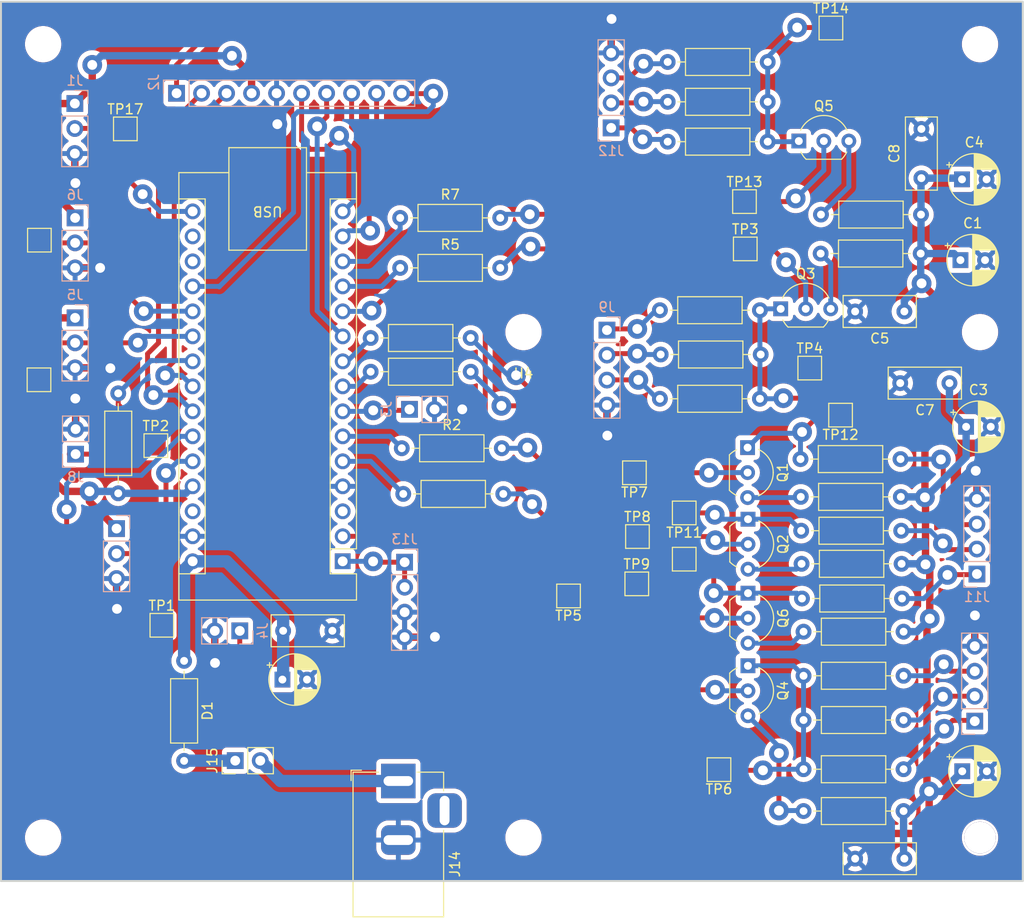
<source format=kicad_pcb>
(kicad_pcb (version 20240108) (generator "pcbnew") (generator_version "8.0")
  (layers (0 "F.Cu" signal) (31 "B.Cu" signal) (34 "B.Paste" user) (35 "F.Paste" user) (36 "B.SilkS" user "B.Silkscreen") (37 "F.SilkS" user "F.Silkscreen") (38 "B.Mask" user) (39 "F.Mask" user) (44 "Edge.Cuts" user))
  (net 0 "")
  (net 1 "Net-(A1-D4)")
  (net 2 "red led room 3")
  (net 3 "green led room 3")
  (net 4 "Net-(A1-A7)")
  (net 6 "Net-(A1-A2)")
  (net 7 "led room 2")
  (net 8 "led room 1")
  (net 10 "blue led room 3")
  (net 11 "+5V")
  (net 12 "control panel pot")
  (net 13 "lcd SCL")
  (net 14 "Net-(A1-A6)")
  (net 15 "Net-(A1-A3)")
  (net 16 "button sleep")
  (net 17 "Net-(A1-D13)")
  (net 18 "Net-(A1-D0)")
  (net 19 "button ok")
  (net 20 "Net-(A1-A1)")
  (net 21 "button up")
  (net 22 "GND")
  (net 24 "lcd SDA")
  (net 26 "button back")
  (net 27 "led door")
  (net 28 "button down")
  (net 29 "Net-(J9-Pin_1)")
  (net 30 "Net-(J9-Pin_3)")
  (net 31 "Net-(J9-Pin_2)")
  (net 32 "Net-(J10-Pin_2)")
  (net 33 "Net-(J10-Pin_1)")
  (net 34 "Net-(J10-Pin_3)")
  (net 35 "Net-(J11-Pin_1)")
  (net 36 "Net-(J11-Pin_2)")
  (net 37 "Net-(J11-Pin_3)")
  (net 38 "Net-(J12-Pin_1)")
  (net 39 "Net-(J12-Pin_3)")
  (net 40 "Net-(J12-Pin_2)")
  (net 41 "Net-(Q1-B)")
  (net 42 "Net-(Q1-C)")
  (net 43 "Net-(Q1-E)")
  (net 44 "Net-(Q2-B)")
  (net 45 "Net-(Q2-E)")
  (net 46 "Net-(Q2-C)")
  (net 47 "Net-(Q3-E)")
  (net 48 "Net-(Q3-C)")
  (net 49 "Net-(Q3-B)")
  (net 50 "Net-(Q4-C)")
  (net 51 "Net-(Q4-B)")
  (net 52 "Net-(Q4-E)")
  (net 53 "Net-(Q5-C)")
  (net 54 "Net-(Q5-B)")
  (net 55 "Net-(Q5-E)")
  (net 56 "Net-(Q6-C)")
  (net 57 "Net-(Q6-B)")
  (net 58 "Net-(Q6-E)")
  (net 59 "+9V")
  (net 60 "Net-(D1-A)")
  (net 61 "Net-(J15-Pin_2)")
  (footprint "Resistor_THT:R_Axial_DIN0207_L6.3mm_D2.5mm_P10.16mm_Horizontal" (layer "F.Cu") (at 112.84 44.2525 180)
    (property "Reference" "R8" (hide yes))
    (property "Value" "80" (hide yes))
  )
  (footprint "TestPoint:TestPoint_Pad_2.0x2.0mm" (layer "F.Cu") (at 35.15 63.7725)
    (property "Reference" "TP2")
    (property "Value" "TestPoint")
  )
  (footprint "TestPoint:TestPoint_Pad_2.0x2.0mm" (layer "F.Cu") (at 101.57 55.8925)
    (property "Reference" "TP4")
    (property "Value" "TestPoint")
  )
  (footprint "Resistor_THT:R_Axial_DIN0207_L6.3mm_D2.5mm_P10.16mm_Horizontal" (layer "F.Cu") (at 100.94 91.6625)
    (property "Reference" "R15" (hide yes))
    (property "Value" "450" (hide yes))
  )
  (footprint "MountingHole:MountingHole_3.2mm_M3" (layer "F.Cu") (at 23.703351 103.609149)
    (property "Reference" "H5" (hide yes))
    (property "Value" "MountingHole" (hide yes))
  )
  (footprint "Resistor_THT:R_Axial_DIN0207_L6.3mm_D2.5mm_P10.16mm_Horizontal" (layer "F.Cu") (at 96.51 50.0125 180)
    (property "Reference" "R11" (hide yes))
    (property "Value" "650" (hide yes))
  )
  (footprint "Resistor_THT:R_Axial_DIN0207_L6.3mm_D2.5mm_P10.16mm_Horizontal" (layer "F.Cu") (at 60.28 68.68)
    (property "Reference" "R6" (hide yes))
    (property "Value" "1k" (hide yes))
  )
  (footprint "Resistor_THT:R_Axial_DIN0207_L6.3mm_D2.5mm_P10.16mm_Horizontal" (layer "F.Cu") (at 56.97 52.8325)
    (property "Reference" "R4" (hide yes))
    (property "Value" "82k" (hide yes))
  )
  (footprint "TestPoint:TestPoint_Pad_2.0x2.0mm" (layer "F.Cu") (at 94.94 38.9725)
    (property "Reference" "TP13")
    (property "Value" "TestPoint")
  )
  (footprint "Resistor_THT:R_Axial_DIN0207_L6.3mm_D2.5mm_P10.16mm_Horizontal" (layer "F.Cu") (at 59.97 45.71)
    (property "Reference" "R5")
    (property "Value" "1k")
  )
  (footprint "Connector_BarrelJack:BarrelJack_Horizontal" (layer "F.Cu") (at 59.78 97.86 90)
    (property "Reference" "J14")
    (property "Value" "Barrel_Jack")
  )
  (footprint "Capacitor_THT:C_Rect_L7.2mm_W3.0mm_P5.00mm_FKS2_FKP2_MKS2_MKP2" (layer "F.Cu") (at 115.76 57.42 180)
    (property "Reference" "C7")
    (property "Value" "100n")
  )
  (footprint "Capacitor_THT:C_Rect_L7.2mm_W3.0mm_P5.00mm_FKS2_FKP2_MKS2_MKP2" (layer "F.Cu") (at 48.08 82.59)
    (property "Reference" "C9" (hide yes))
    (property "Value" "100n" (hide yes))
  )
  (footprint "Resistor_THT:R_Axial_DIN0207_L6.3mm_D2.5mm_P10.16mm_Horizontal" (layer "F.Cu") (at 110.82 68.9825 180)
    (property "Reference" "R1" (hide yes))
    (property "Value" "80" (hide yes))
  )
  (footprint "Capacitor_THT:C_Rect_L7.2mm_W3.0mm_P5.00mm_FKS2_FKP2_MKS2_MKP2" (layer "F.Cu") (at 111.18 50.14 180)
    (property "Reference" "C5")
    (property "Value" "100n")
  )
  (footprint "Resistor_THT:R_Axial_DIN0207_L6.3mm_D2.5mm_P10.16mm_Horizontal" (layer "F.Cu") (at 111.1 82.6825 180)
    (property "Reference" "R24" (hide yes))
    (property "Value" "80" (hide yes))
  )
  (footprint "Capacitor_THT:C_Rect_L7.2mm_W3.0mm_P5.00mm_FKS2_FKP2_MKS2_MKP2" (layer "F.Cu") (at 112.91 36.59 90)
    (property "Reference" "C8")
    (property "Value" "100n")
  )
  (footprint "Resistor_THT:R_Axial_DIN0207_L6.3mm_D2.5mm_P10.16mm_Horizontal" (layer "F.Cu") (at 97.3 28.8325 180)
    (property "Reference" "R21" (hide yes))
    (property "Value" "450" (hide yes))
  )
  (footprint "Resistor_THT:R_Axial_DIN0207_L6.3mm_D2.5mm_P10.16mm_Horizontal" (layer "F.Cu") (at 60.13 64.04)
    (property "Reference" "R2")
    (property "Value" "82k")
  )
  (footprint "Package_TO_SOT_THT:TO-92_Inline_Wide" (layer "F.Cu") (at 98.62 49.8725)
    (property "Reference" "Q3")
    (property "Value" "BC557")
  )
  (footprint "Resistor_THT:R_Axial_DIN0207_L6.3mm_D2.5mm_P10.16mm_Horizontal" (layer "F.Cu") (at 100.78 79.3125)
    (property "Reference" "R17" (hide yes))
    (property "Value" "330" (hide yes))
  )
  (footprint "TestPoint:TestPoint_Pad_2.0x2.0mm" (layer "F.Cu") (at 84 77.8225)
    (property "Reference" "TP9")
    (property "Value" "TestPoint")
  )
  (footprint "Capacitor_THT:C_Rect_L7.2mm_W3.0mm_P5.00mm_FKS2_FKP2_MKS2_MKP2" (layer "F.Cu") (at 111.18 105.75 180)
    (property "Reference" "C6" (hide yes))
    (property "Value" "100n" (hide yes))
  )
  (footprint "MountingHole:MountingHole_3.2mm_M3" (layer "F.Cu") (at 72.493351 52.235851 180)
    (property "Reference" "H4")
    (property "Value" "MountingHole")
  )
  (footprint "Resistor_THT:R_Axial_DIN0207_L6.3mm_D2.5mm_P10.16mm_Horizontal" (layer "F.Cu") (at 97.3 32.8825 180)
    (property "Reference" "R20" (hide yes))
    (property "Value" "650" (hide yes))
  )
  (footprint "MountingHole:MountingHole_3.2mm_M3" (layer "F.Cu") (at 118.866649 52.235852 180)
    (property "Reference" "H3" (hide yes))
    (property "Value" "MountingHole" (hide yes))
  )
  (footprint "TestPoint:TestPoint_Pad_2.0x2.0mm" (layer "F.Cu") (at 104.7 60.6725 180)
    (property "Reference" "TP12")
    (property "Value" "TestPoint")
  )
  (footprint "Resistor_THT:R_Axial_DIN0207_L6.3mm_D2.5mm_P10.16mm_Horizontal" (layer "F.Cu") (at 111.1 100.9125 180)
    (property "Reference" "R9" (hide yes))
    (property "Value" "80" (hide yes))
  )
  (footprint "Resistor_THT:R_Axial_DIN0207_L6.3mm_D2.5mm_P10.16mm_Horizontal" (layer "F.Cu") (at 59.97 40.63)
    (property "Reference" "R7")
    (property "Value" "1k")
  )
  (footprint "TestPoint:TestPoint_Pad_2.0x2.0mm" (layer "F.Cu") (at 103.72 21.3325)
    (property "Reference" "TP14")
    (property "Value" "TestPoint")
  )
  (footprint "TestPoint:TestPoint_Pad_2.0x2.0mm" (layer "F.Cu") (at 32.05 31.5825)
    (property "Reference" "TP17")
    (property "Value" "TestPoint")
  )
  (footprint "TestPoint:TestPoint_Pad_2.0x2.0mm" (layer "F.Cu") (at 84.07 73.0125)
    (property "Reference" "TP8")
    (property "Value" "TestPoint")
  )
  (footprint "TestPoint:TestPoint_Pad_2.0x2.0mm" (layer "F.Cu") (at 77.07 79.05 180)
    (property "Reference" "TP5")
    (property "Value" "TestPoint")
  )
  (footprint "Capacitor_THT:CP_Radial_D5.0mm_P2.50mm" (layer "F.Cu") (at 117.06 96.87)
    (property "Reference" "C2" (hide yes))
    (property "Value" "4.7mu" (hide yes))
  )
  (footprint "Module:Arduino_Nano" (layer "F.Cu") (at 54.13 75.53 180)
    (property "Reference" "A1" (hide yes))
    (property "Value" "Arduino_Nano_Every" (hide yes))
  )
  (footprint "Resistor_THT:R_Axial_DIN0207_L6.3mm_D2.5mm_P10.16mm_Horizontal" (layer "F.Cu") (at 96.59 54.5125 180)
    (property "Reference" "R12" (hide yes))
    (property "Value" "450" (hide yes))
  )
  (footprint "Package_TO_SOT_THT:TO-92_Inline_Wide" (layer "F.Cu") (at 100.46 32.82)
    (property "Reference" "Q5")
    (property "Value" "BC557")
  )
  (footprint "MountingHole:MountingHole_3.2mm_M3" (layer "F.Cu") (at 118.866649 22.975851)
    (property "Reference" "H7" (hide yes))
    (property "Value" "MountingHole" (hide yes))
  )
  (footprint "TestPoint:TestPoint_Pad_2.0x2.0mm" (layer "F.Cu") (at 92.35 96.7025 180)
    (property "Reference" "TP6")
    (property "Value" "TestPoint")
  )
  (footprint "Resistor_THT:R_Axial_DIN0207_L6.3mm_D2.5mm_P10.16mm_Horizontal" (layer "F.Cu") (at 110.9 75.7825 180)
    (property "Reference" "R23" (hide yes))
    (property "Value" "80" (hide yes))
  )
  (footprint "Package_TO_SOT_THT:TO-92_Inline_Wide" (layer "F.Cu") (at 95.29 86.15 -90)
    (property "Reference" "Q4")
    (property "Value" "BC557")
  )
  (footprint "Resistor_THT:R_Axial_DIN0207_L6.3mm_D2.5mm_P10.16mm_Horizontal" (layer "F.Cu") (at 100.94 96.6625)
    (property "Reference" "R14" (hide yes))
    (property "Value" "650" (hide yes))
  )
  (footprint "Capacitor_THT:CP_Radial_D5.0mm_P2.50mm" (layer "F.Cu") (at 117.454888 61.86)
    (property "Reference" "C3")
    (property "Value" "4.7mu")
  )
  (footprint "Resistor_THT:R_Axial_DIN0207_L6.3mm_D2.5mm_P10.16mm_Horizontal" (layer "F.Cu") (at 100.7 72.4225)
    (property "Reference" "R18" (hide yes))
    (property "Value" "220" (hide yes))
  )
  (footprint "Resistor_THT:R_Axial_DIN0207_L6.3mm_D2.5mm_P10.16mm_Horizontal" (layer "F.Cu") (at 38.02 85.65 -90)
    (property "Reference" "D1")
    (property "Value" "D")
  )
  (footprint "Package_TO_SOT_THT:TO-92_Inline_Wide" (layer "F.Cu") (at 95.3 78.77 -90)
    (property "Reference" "Q6")
    (property "Value" "BC557")
  )
  (footprint "TestPoint:TestPoint_Pad_2.0x2.0mm" (layer "F.Cu") (at 83.76 66.5325 180)
    (property "Reference" "TP7")
    (property "Value" "TestPoint")
  )
  (footprint "Package_TO_SOT_THT:TO-92_Inline_Wide" (layer "F.Cu") (at 95.3 71.25 -90)
    (property "Reference" "Q2")
    (property "Value" "BC557")
  )
  (footprint "Resistor_THT:R_Axial_DIN0207_L6.3mm_D2.5mm_P10.16mm_Horizontal" (layer "F.Cu") (at 112.87 40.2925 180)
    (property "Reference" "R10" (hide yes))
    (property "Value" "80" (hide yes))
  )
  (footprint "Package_TO_SOT_THT:TO-92_Inline_Wide" (layer "F.Cu") (at 95.26 63.9725 -90)
    (property "Reference" "Q1")
    (property "Value" "BC557")
  )
  (footprint "Connector_PinHeader_2.54mm:PinHeader_1x02_P2.54mm_Vertical" (layer "F.Cu") (at 43.215 95.79 90)
    (property "Reference" "J15")
    (property "Value" "Power switch")
  )
  (footprint "Resistor_THT:R_Axial_DIN0207_L6.3mm_D2.5mm_P10.16mm_Horizontal" (layer "F.Cu") (at 100.94 87.1625)
    (property "Reference" "R16" (hide yes))
    (property "Value" "450" (hide yes))
  )
  (footprint "Resistor_THT:R_Axial_DIN0207_L6.3mm_D2.5mm_P10.16mm_Horizontal" (layer "F.Cu") (at 97.3 24.7825 180)
    (property "Reference" "R22" (hide yes))
    (property "Value" "450" (hide yes))
  )
  (footprint "TestPoint:TestPoint_Pad_2.0x2.0mm" (layer "F.Cu") (at 23.32 42.8925)
    (property "Reference" "TP15" (hide yes))
    (property "Value" "TestPoint" (hide yes))
  )
  (footprint "Resistor_THT:R_Axial_DIN0207_L6.3mm_D2.5mm_P10.16mm_Horizontal" (layer "F.Cu") (at 96.51 59.0125 180)
    (property "Reference" "R13" (hide yes))
    (property "Value" "450" (hide yes))
  )
  (footprint "TestPoint:TestPoint_Pad_2.0x2.0mm" (layer "F.Cu") (at 35.76 82.0325)
    (property "Reference" "TP1")
    (property "Value" "TestPoint")
  )
  (footprint "MountingHole:MountingHole_3.2mm_M3" (layer "F.Cu") (at 118.866649 103.609149)
    (property "Reference" "H6" (hide yes))
    (property "Value" "MountingHole" (hide yes))
  )
  (footprint "Capacitor_THT:CP_Radial_D5.0mm_P2.50mm" (layer "F.Cu") (at 48.004888 87.55)
    (property "Reference" "C10" (hide yes))
    (property "Value" "4.7mu" (hide yes))
  )
  (footprint "Capacitor_THT:CP_Radial_D5.0mm_P2.50mm" (layer "F.Cu") (at 117.034888 36.71)
    (property "Reference" "C4")
    (property "Value" "4.7mu")
  )
  (footprint "Capacitor_THT:CP_Radial_D5.0mm_P2.50mm" (layer "F.Cu") (at 116.874888 44.92)
    (property "Reference" "C1")
    (property "Value" "4.7mu")
  )
  (footprint "TestPoint:TestPoint_Pad_2.0x2.0mm" (layer "F.Cu") (at 88.82 70.6125 180)
    (property "Reference" "TP11")
    (property "Value" "TestPoint")
  )
  (footprint "MountingHole:MountingHole_3.2mm_M3" (layer "F.Cu") (at 23.703351 22.975851)
    (property "Reference" "H1" (hide yes))
    (property "Value" "MountingHole" (hide yes))
  )
  (footprint "Resistor_THT:R_Axial_DIN0207_L6.3mm_D2.5mm_P10.16mm_Horizontal" (layer "F.Cu") (at 31.33 68.62 90)
    (property "Reference" "R25" (hide yes))
    (property "Value" "80" (hide yes))
  )
  (footprint "TestPoint:TestPoint_Pad_2.0x2.0mm" (layer "F.Cu") (at 23.28 57.0825)
    (property "Reference" "TP16" (hide yes))
    (property "Value" "TestPoint" (hide yes))
  )
  (footprint "TestPoint:TestPoint_Pad_2.0x2.0mm" (layer "F.Cu") (at 95.02 43.7825)
    (property "Reference" "TP3")
    (property "Value" "TestPoint")
  )
  (footprint "MountingHole:MountingHole_3.2mm_M3" (layer "F.Cu") (at 72.493351 103.609149 180)
    (property "Reference" "H2" (hide yes))
    (property "Value" "MountingHole" (hide yes))
  )
  (footprint "TestPoint:TestPoint_Pad_2.0x2.0mm" (layer "F.Cu") (at 88.82 75.3125)
    (property "Reference" "TP10" (hide yes))
    (property "Value" "TestPoint" (hide yes))
  )
  (footprint "Resistor_THT:R_Axial_DIN0207_L6.3mm_D2.5mm_P10.16mm_Horizontal" (layer "F.Cu") (at 100.63 65.1425)
    (property "Reference" "R19" (hide yes))
    (property "Value" "220" (hide yes))
  )
  (footprint "Resistor_THT:R_Axial_DIN0207_L6.3mm_D2.5mm_P10.16mm_Horizontal" (layer "F.Cu") (at 56.97 56.2625)
    (property "Reference" "R3" (hide yes))
    (property "Value" "82k" (hide yes))
  )
  (footprint "Connector_PinHeader_2.54mm:PinHeader_1x10_P2.54mm_Vertical" (layer "B.Cu") (at 37.255 27.9625 -90)
    (property "Reference" "J2")
    (property "Value" "Control_Panel")
  )
  (footprint "Connector_PinHeader_2.54mm:PinHeader_1x02_P2.54mm_Vertical" (layer "B.Cu") (at 60.915 60.09 -90)
    (property "Reference" "J3")
    (property "Value" "Buttons_Room_3")
  )
  (footprint "Connector_PinHeader_2.54mm:PinHeader_1x03_P2.54mm_Vertical" (layer "B.Cu") (at 31.16 72.2025 180)
    (property "Reference" "J7" (hide yes))
    (property "Value" "Pot_Room_3.2" (hide yes))
  )
  (footprint "Connector_PinHeader_2.54mm:PinHeader_1x04_P2.54mm_Vertical" (layer "B.Cu") (at 81.4 31.4825)
    (property "Reference" "J12")
    (property "Value" "LED_DOOR")
  )
  (footprint "Connector_PinHeader_2.54mm:PinHeader_1x03_P2.54mm_Vertical" (layer "B.Cu") (at 26.92 29.0075 180)
    (property "Reference" "J1")
    (property "Value" "PIR_sensor")
  )
  (footprint "Connector_PinHeader_2.54mm:PinHeader_1x04_P2.54mm_Vertical" (layer "B.Cu") (at 60.42 75.62 180)
    (property "Reference" "J13")
    (property "Value" "Buttons_Room_2")
  )
  (footprint "Connector_PinHeader_2.54mm:PinHeader_1x04_P2.54mm_Vertical" (layer "B.Cu") (at 118.33 91.78)
    (property "Reference" "J10" (hide yes))
    (property "Value" "LED_Room_2" (hide yes))
  )
  (footprint "Connector_PinHeader_2.54mm:PinHeader_1x03_P2.54mm_Vertical" (layer "B.Cu") (at 26.95 50.79 180)
    (property "Reference" "J5")
    (property "Value" "Pot_Room_3.1")
  )
  (footprint "Connector_PinHeader_2.54mm:PinHeader_1x02_P2.54mm_Vertical" (layer "B.Cu") (at 43.675 82.6 90)
    (property "Reference" "J4")
    (property "Value" "Buttons_Room_1")
  )
  (footprint "Connector_PinHeader_2.54mm:PinHeader_1x04_P2.54mm_Vertical" (layer "B.Cu") (at 80.97 52.0325 180)
    (property "Reference" "J9")
    (property "Value" "LED_Room_1")
  )
  (footprint "Connector_PinHeader_2.54mm:PinHeader_1x02_P2.54mm_Vertical" (layer "B.Cu") (at 27 64.6375)
    (property "Reference" "J8")
    (property "Value" "LDR_Door")
  )
  (footprint "Connector_PinHeader_2.54mm:PinHeader_1x03_P2.54mm_Vertical" (layer "B.Cu") (at 26.95 40.63 180)
    (property "Reference" "J6")
    (property "Value" "Pot_Room_1")
  )
  (footprint "Connector_PinHeader_2.54mm:PinHeader_1x04_P2.54mm_Vertical" (layer "B.Cu") (at 118.55 76.8225)
    (property "Reference" "J11")
    (property "Value" "LED_Room_3")
  )
  (gr_rect (start 19.42 18.6625) (end 123.21 108.0225) (stroke (width 0.2)) (fill none) (layer "Edge.Cuts"))
  (gr_rect (start 19.39 18.6625) (end 123.18 108.0325) (stroke (width 0.05)) (fill none) (layer "Edge.Cuts"))
  (segment (start 60.815 60.19) (end 60.915 60.09) (width 0.5) (layer "F.Cu") (net 1))
  (segment (start 57.33 60.09) (end 57.23 60.19) (width 0.5) (layer "F.Cu") (net 1))
  (segment (start 57.23 60.19) (end 60.815 60.19) (width 0.5) (layer "F.Cu") (net 1))
  (via (at 57.23 60.19) (size 2) (drill 1) (layers "F.Cu" "B.Cu") (net 1))
  (segment (start 57.13 60.29) (end 57.23 60.19) (width 0.5) (layer "B.Cu") (net 1))
  (segment (start 54.13 60.29) (end 57.13 60.29) (width 0.5) (layer "B.Cu") (net 1))
  (segment (start 54.13 62.83) (end 58.92 62.83) (width 0.5) (layer "B.Cu") (net 2))
  (segment (start 58.92 62.83) (end 60.13 64.04) (width 0.5) (layer "B.Cu") (net 2))
  (segment (start 54.13 57.75) (end 55.4825 57.75) (width 0.5) (layer "B.Cu") (net 3))
  (segment (start 55.4825 57.75) (end 56.97 56.2625) (width 0.5) (layer "B.Cu") (net 3))
  (segment (start 36.18 66.56) (end 36.18 71.4125) (width 0.5) (layer "F.Cu") (net 4))
  (segment (start 36.18 71.4125) (end 33.885 73.7075) (width 0.5) (layer "F.Cu") (net 4))
  (segment (start 35.76 75.5825) (end 33.885 73.7075) (width 0.5) (layer "F.Cu") (net 4))
  (segment (start 35.76 82.0325) (end 35.76 75.5825) (width 0.5) (layer "F.Cu") (net 4))
  (segment (start 33.885 73.7075) (end 32.85 74.7425) (width 0.5) (layer "F.Cu") (net 4))
  (segment (start 32.85 74.7425) (end 31.16 74.7425) (width 0.5) (layer "F.Cu") (net 4))
  (via (at 36.18 66.56) (size 2) (drill 1) (layers "F.Cu" "B.Cu") (net 4))
  (segment (start 37.37 65.37) (end 38.89 65.37) (width 0.5) (layer "B.Cu") (net 4))
  (segment (start 36.18 66.56) (end 37.37 65.37) (width 0.5) (layer "B.Cu") (net 4))
  (segment (start 23.28 53.7125) (end 23.6625 53.33) (width 0.5) (layer "F.Cu") (net 6))
  (segment (start 23.28 57.0825) (end 23.28 53.7125) (width 0.5) (layer "F.Cu") (net 6))
  (segment (start 33.3 53.33) (end 33.32 53.31) (width 0.5) (layer "F.Cu") (net 6))
  (segment (start 23.6625 53.33) (end 26.95 53.33) (width 0.5) (layer "F.Cu") (net 6))
  (segment (start 26.95 53.33) (end 33.3 53.33) (width 0.5) (layer "F.Cu") (net 6))
  (via (at 33.32 53.31) (size 2) (drill 1) (layers "F.Cu" "B.Cu") (net 6))
  (segment (start 33.96 52.67) (end 38.89 52.67) (width 0.5) (layer "B.Cu") (net 6))
  (segment (start 33.32 53.31) (end 33.96 52.67) (width 0.5) (layer "B.Cu") (net 6))
  (segment (start 56.97 65.37) (end 60.28 68.68) (width 0.5) (layer "B.Cu") (net 7))
  (segment (start 54.13 65.37) (end 56.97 65.37) (width 0.5) (layer "B.Cu") (net 7))
  (segment (start 58.09 47.59) (end 59.97 45.71) (width 0.5) (layer "B.Cu") (net 8))
  (segment (start 54.13 47.59) (end 58.09 47.59) (width 0.5) (layer "B.Cu") (net 8))
  (segment (start 54.13 55.21) (end 54.5925 55.21) (width 0.5) (layer "B.Cu") (net 10))
  (segment (start 54.5925 55.21) (end 56.97 52.8325) (width 0.5) (layer "B.Cu") (net 10))
  (segment (start 113.76 76.2725) (end 113.33 75.8425) (width 0.75) (layer "F.Cu") (net 11))
  (segment (start 20.7175 50.79) (end 20.71 50.7825) (width 0.75) (layer "F.Cu") (net 11))
  (segment (start 26.95 40.3325) (end 23.7675 37.15) (width 0.75) (layer "F.Cu") (net 11))
  (segment (start 26.95 40.63) (end 26.95 40.3325) (width 0.75) (layer "F.Cu") (net 11))
  (segment (start 28.41 68.4225) (end 25.8425 68.4225) (width 0.75) (layer "F.Cu") (net 11))
  (segment (start 38.58 92.81) (end 23.23 77.46) (width 0.75) (layer "F.Cu") (net 11))
  (segment (start 25.8425 68.4225) (end 24.195 66.775) (width 0.75) (layer "F.Cu") (net 11))
  (segment (start 113.27 69.0325) (end 113.27 53.68) (width 0.75) (layer "F.Cu") (net 11))
  (segment (start 28.41 68.4225) (end 28.41 69.4525) (width 0.75) (layer "F.Cu") (net 11))
  (segment (start 20.72 63.3) (end 20.72 50.7925) (width 0.75) (layer "F.Cu") (net 11))
  (segment (start 113.7 101.89) (end 112.4 103.19) (width 0.75) (layer "F.Cu") (net 11))
  (segment (start 44.875 26.145) (end 42.88 24.15) (width 0.75) (layer "F.Cu") (net 11))
  (segment (start 114.23 48.5825) (end 112.93 47.2825) (width 0.75) (layer "F.Cu") (net 11))
  (segment (start 113.475 81.6475) (end 113.76 81.3625) (width 0.75) (layer "F.Cu") (net 11))
  (segment (start 78.5975 103.19) (end 68.2175 92.81) (width 0.75) (layer "F.Cu") (net 11))
  (segment (start 28.41 69.4525) (end 31.16 72.2025) (width 0.75) (layer "F.Cu") (net 11))
  (segment (start 113.7 98.9125) (end 113.7 101.89) (width 0.75) (layer "F.Cu") (net 11))
  (segment (start 26.95 50.79) (end 20.7175 50.79) (width 0.75) (layer "F.Cu") (net 11))
  (segment (start 24.76 29.0075) (end 26.92 29.0075) (width 0.75) (layer "F.Cu") (net 11))
  (segment (start 23.23 77.46) (end 23.23 67.74) (width 0.75) (layer "F.Cu") (net 11))
  (segment (start 113.76 81.3625) (end 113.76 76.2725) (width 0.75) (layer "F.Cu") (net 11))
  (segment (start 28.69 27.2375) (end 26.92 29.0075) (width 0.75) (layer "F.Cu") (net 11))
  (segment (start 68.2175 92.81) (end 38.58 92.81) (width 0.75) (layer "F.Cu") (net 11))
  (segment (start 23.56 36.9425) (end 23.56 30.2075) (width 0.75) (layer "F.Cu") (net 11))
  (segment (start 20.71 38.7925) (end 20.71 50.7825) (width 0.75) (layer "F.Cu") (net 11))
  (segment (start 20.72 50.7925) (end 20.71 50.7825) (width 0.75) (layer "F.Cu") (net 11))
  (segment (start 23.56 30.2075) (end 24.76 29.0075) (width 0.75) (layer "F.Cu") (net 11))
  (segment (start 113.7 98.9125) (end 113.475 98.6875) (width 0.75) (layer "F.Cu") (net 11))
  (segment (start 113.475 98.6875) (end 113.475 81.6475) (width 0.75) (layer "F.Cu") (net 11))
  (segment (start 113.33 75.8425) (end 113.33 69.0925) (width 0.75) (layer "F.Cu") (net 11))
  (segment (start 23.56 36.9425) (end 22.56 36.9425) (width 0.75) (layer "F.Cu") (net 11))
  (segment (start 28.69 25.08) (end 28.69 27.2375) (width 0.75) (layer "F.Cu") (net 11))
  (segment (start 44.875 27.9625) (end 44.875 26.145) (width 0.75) (layer "F.Cu") (net 11))
  (segment (start 23.23 67.74) (end 24.195 66.775) (width 0.75) (layer "F.Cu") (net 11))
  (segment (start 22.56 36.9425) (end 20.71 38.7925) (width 0.75) (layer "F.Cu") (net 11))
  (segment (start 113.27 53.68) (end 114.23 52.72) (width 0.75) (layer "F.Cu") (net 11))
  (segment (start 23.7675 37.15) (end 23.56 36.9425) (width 0.75) (layer "F.Cu") (net 11))
  (segment (start 24.195 66.775) (end 20.72 63.3) (width 0.75) (layer "F.Cu") (net 11))
  (segment (start 114.23 52.72) (end 114.23 48.5825) (width 0.75) (layer "F.Cu") (net 11))
  (segment (start 112.4 103.19) (end 78.5975 103.19) (width 0.75) (layer "F.Cu") (net 11))
  (segment (start 113.33 69.0925) (end 113.27 69.0325) (width 0.75) (layer "F.Cu") (net 11))
  (via (at 113.33 75.8425) (size 2) (drill 1) (layers "F.Cu" "B.Cu") (net 11))
  (via (at 113.27 69.0325) (size 2) (drill 1) (layers "F.Cu" "B.Cu") (net 11))
  (via (at 28.69 25.08) (size 2) (drill 1) (layers "F.Cu" "B.Cu") (net 11))
  (via (at 28.41 68.4225) (size 2) (drill 1) (layers "F.Cu" "B.Cu") (net 11))
  (via (at 113.7 98.9125) (size 2) (drill 1) (layers "F.Cu" "B.Cu") (net 11))
  (via (at 113.76 81.3625) (size 2) (drill 1) (layers "F.Cu" "B.Cu") (net 11))
  (via (at 42.88 24.15) (size 2) (drill 1) (layers "F.Cu" "B.Cu") (net 11))
  (via (at 112.93 47.2825) (size 2) (drill 1) (layers "F.Cu" "B.Cu") (net 11))
  (segment (start 28.69 25.08) (end 29.62 24.15) (width 0.75) (layer "B.Cu") (net 11))
  (segment (start 112.91 36.59) (end 116.914888 36.59) (width 0.75) (layer "B.Cu") (net 11))
  (segment (start 112.84 47.1925) (end 112.93 47.2825) (width 0.75) (layer "B.Cu") (net 11))
  (segment (start 110.9 75.7825) (end 113.27 75.7825) (width 0.75) (layer "B.Cu") (net 11))
  (segment (start 112.84 44.2525) (end 112.84 47.1925) (width 0.75) (layer "B.Cu") (net 11))
  (segment (start 111.1 100.9125) (end 111.1 105.67) (width 0.75) (layer "B.Cu") (net 11))
  (segment (start 112.87 44.2225) (end 112.84 44.2525) (width 0.75) (layer "B.Cu") (net 11))
  (segment (start 111.18 50.14) (end 111.18 49.0325) (width 0.75) (layer "B.Cu") (net 11))
  (segment (start 117.454888 64.91821) (end 117.454888 61.86) (width 0.75) (layer "B.Cu") (net 11))
  (segment (start 111.1 105.67) (end 111.18 105.75) (width 0.75) (layer "B.Cu") (net 11))
  (segment (start 115.76 60.165112) (end 117.454888 61.86) (width 0.75) (layer "B.Cu") (net 11))
  (segment (start 28.41 68.4225) (end 31.1325 68.4225) (width 0.75) (layer "B.Cu") (net 11))
  (segment (start 112.87 36.63) (end 112.91 36.59) (width 0.75) (layer "B.Cu") (net 11))
  (segment (start 111.1 82.6825) (end 112.44 82.6825) (width 0.75) (layer "B.Cu") (net 11))
  (segment (start 113.7 98.9125) (end 115.0175 98.9125) (width 0.75) (layer "B.Cu") (net 11))
  (segment (start 115.0175 98.9125) (end 117.06 96.87) (width 0.75) (layer "B.Cu") (net 11))
  (segment (start 112.87 40.2925) (end 112.87 44.2225) (width 0.75) (layer "B.Cu") (net 11))
  (segment (start 113.340598 69.0325) (end 117.454888 64.91821) (width 0.75) (layer "B.Cu") (net 11))
  (segment (start 112.44 82.6825) (end 113.76 81.3625) (width 0.75) (layer "B.Cu") (net 11))
  (segment (start 112.84 44.2525) (end 116.207388 44.2525) (width 0.75) (layer "B.Cu") (net 11))
  (segment (start 116.207388 44.2525) (end 116.874888 44.92) (width 0.75) (layer "B.Cu") (net 11))
  (segment (start 38.18 68.62) (end 31.33 68.62) (width 0.75) (layer "B.Cu") (net 11))
  (segment (start 113.27 69.0325) (end 113.340598 69.0325) (width 0.75) (layer "B.Cu") (net 11))
  (segment (start 113.22 68.9825) (end 113.27 69.0325) (width 0.75) (layer "B.Cu") (net 11))
  (segment (start 38.89 67.91) (end 38.18 68.62) (width 0.75) (layer "B.Cu") (net 11))
  (segment (start 115.76 57.42) (end 115.76 60.165112) (width 0.75) (layer "B.Cu") (net 11))
  (segment (start 111.7 100.9125) (end 113.7 98.9125) (width 0.75) (layer "B.Cu") (net 11))
  (segment (start 111.18 49.0325) (end 112.93 47.2825) (width 0.75) (layer "B.Cu") (net 11))
  (segment (start 112.87 40.2925) (end 112.87 36.63) (width 0.75) (layer "B.Cu") (net 11))
  (segment (start 116.914888 36.59) (end 117.034888 36.71) (width 0.75) (layer "B.Cu") (net 11))
  (segment (start 111.1 100.9125) (end 111.7 100.9125) (width 0.75) (layer "B.Cu") (net 11))
  (segment (start 31.1325 68.4225) (end 31.33 68.62) (width 0.75) (layer "B.Cu") (net 11))
  (segment (start 113.27 75.7825) (end 113.33 75.8425) (width 0.75) (layer "B.Cu") (net 11))
  (segment (start 29.62 24.15) (end 42.88 24.15) (width 0.75) (layer "B.Cu") (net 11))
  (segment (start 28.46 68.3725) (end 28.41 68.4225) (width 0.75) (layer "B.Cu") (net 11))
  (segment (start 110.82 68.9825) (end 113.22 68.9825) (width 0.75) (layer "B.Cu") (net 11))
  (segment (start 63.33 28) (end 60.1525 28) (width 0.5) (layer "F.Cu") (net 12))
  (segment (start 60.1525 28) (end 60.115 27.9625) (width 0.5) (layer "F.Cu") (net 12))
  (via (at 63.33 28) (size 2) (drill 1) (layers "F.Cu" "B.Cu") (net 12))
  (segment (start 49.14 40.0725) (end 41.58 47.6325) (width 0.5) (layer "B.Cu") (net 12))
  (segment (start 49.59 29.83) (end 49.14 30.28) (width 0.5) (layer "B.Cu") (net 12))
  (segment (start 63.33 28) (end 63.33 29.24) (width 0.5) (layer "B.Cu") (net 12))
  (segment (start 49.14 30.28) (end 49.14 40.0725) (width 0.5) (layer "B.Cu") (net 12))
  (segment (start 41.58 47.6325) (end 41.5375 47.59) (width 0.5) (layer "B.Cu") (net 12))
  (segment (start 63.33 29.24) (end 62.74 29.83) (width 0.5) (layer "B.Cu") (net 12))
  (segment (start 41.5375 47.59) (end 38.89 47.59) (width 0.5) (layer "B.Cu") (net 12))
  (segment (start 62.74 29.83) (end 49.59 29.83) (width 0.5) (layer "B.Cu") (net 12))
  (segment (start 34.31 58.046603) (end 34.31 54.441321) (width 0.5) (layer "F.Cu") (net 13))
  (segment (start 34.9 58.636603) (end 34.31 58.046603) (width 0.5) (layer "F.Cu") (net 13))
  (segment (start 34.31 54.441321) (end 35.42 53.331321) (width 0.5) (layer "F.Cu") (net 13))
  (segment (start 35.42 53.331321) (end 35.42 32.3375) (width 0.5) (layer "F.Cu") (net 13))
  (segment (start 35.42 32.3375) (end 39.795 27.9625) (width 0.5) (layer "F.Cu") (net 13))
  (via (at 34.9 58.636603) (size 2) (drill 1) (layers "F.Cu" "B.Cu") (net 13))
  (segment (start 34.9 58.636603) (end 37.236603 58.636603) (width 0.5) (layer "B.Cu") (net 13))
  (segment (start 37.236603 58.636603) (end 38.89 60.29) (width 0.5) (layer "B.Cu") (net 13))
  (segment (start 41.751321 87.39) (end 43.675 85.466321) (width 0.5) (layer "F.Cu") (net 14))
  (segment (start 43.675 85.466321) (end 43.675 82.6) (width 0.5) (layer "F.Cu") (net 14))
  (segment (start 26.09 77.399079) (end 36.080921 87.39) (width 0.5) (layer "F.Cu") (net 14))
  (segment (start 26.09 70.26) (end 26.09 77.399079) (width 0.5) (layer "F.Cu") (net 14))
  (segment (start 36.080921 87.39) (end 41.751321 87.39) (width 0.5) (layer "F.Cu") (net 14))
  (via (at 26.09 70.26) (size 2) (drill 1) (layers "F.Cu" "B.Cu") (net 14))
  (segment (start 33.692497 66.7975) (end 37.659997 62.83) (width 0.5) (layer "B.Cu") (net 14))
  (segment (start 26.09 67.683962) (end 26.976462 66.7975) (width 0.5) (layer "B.Cu") (net 14))
  (segment (start 26.976462 66.7975) (end 33.692497 66.7975) (width 0.5) (layer "B.Cu") (net 14))
  (segment (start 26.09 70.26) (end 26.09 67.683962) (width 0.5) (layer "B.Cu") (net 14))
  (segment (start 37.659997 62.83) (end 38.89 62.83) (width 0.5) (layer "B.Cu") (net 14))
  (segment (start 27 64.6375) (end 26.4825 64.6375) (width 0.75) (layer "F.Cu") (net 15))
  (segment (start 35.15 63.41137) (end 35.15 63.7725) (width 0.5) (layer "F.Cu") (net 15))
  (segment (start 32.414315 60.675685) (end 35.15 63.41137) (width 0.5) (layer "F.Cu") (net 15))
  (segment (start 31.33 58.46) (end 31.33 59.59137) (width 0.5) (layer "F.Cu") (net 15))
  (segment (start 31.33 59.59137) (end 32.414315 60.675685) (width 0.5) (layer "F.Cu") (net 15))
  (segment (start 28.4525 64.6375) (end 32.414315 60.675685) (width 0.5) (layer "F.Cu") (net 15))
  (segment (start 27 64.6375) (end 28.4525 64.6375) (width 0.5) (layer "F.Cu") (net 15))
  (segment (start 38.81 55.13) (end 38.89 55.21) (width 0.5) (layer "B.Cu") (net 15))
  (segment (start 34.66 55.13) (end 34.81 55.13) (width 0.5) (layer "B.Cu") (net 15))
  (segment (start 34.81 55.13) (end 35.38 55.13) (width 0.5) (layer "B.Cu") (net 15))
  (segment (start 31.33 58.46) (end 34.66 55.13) (width 0.5) (layer "B.Cu") (net 15))
  (segment (start 35.38 55.13) (end 38.81 55.13) (width 0.5) (layer "B.Cu") (net 15))
  (segment (start 37.255 25.0775) (end 40.6225 21.71) (width 0.5) (layer "F.Cu") (net 16))
  (segment (start 68.61 28.355) (end 68.61 66.97) (width 0.5) (layer "F.Cu") (net 16))
  (segment (start 40.6225 21.71) (end 61.965 21.71) (width 0.5) (layer "F.Cu") (net 16))
  (segment (start 37.255 27.9625) (end 37.255 25.0775) (width 0.5) (layer "F.Cu") (net 16))
  (segment (start 62.59 72.99) (end 54.13 72.99) (width 0.5) (layer "F.Cu") (net 16))
  (segment (start 61.965 21.71) (end 68.61 28.355) (width 0.5) (layer "F.Cu") (net 16))
  (segment (start 68.61 66.97) (end 62.59 72.99) (width 0.5) (layer "F.Cu") (net 16))
  (segment (start 26.935 31.5325) (end 26.92 31.5475) (width 0.5) (layer "F.Cu") (net 17))
  (segment (start 32.42 31.5325) (end 26.935 31.5325) (width 0.5) (layer "F.Cu") (net 17))
  (segment (start 32.05 36.41) (end 32.05 31.5825) (width 0.5) (layer "F.Cu") (net 17))
  (segment (start 32.03 36.43) (end 32.05 36.41) (width 0.5) (layer "F.Cu") (net 17))
  (segment (start 33.815 38.215) (end 32.03 36.43) (width 0.5) (layer "F.Cu") (net 17))
  (segment (start 32.42 30.86) (end 32.42 31.5325) (width 0.5) (layer "F.Cu") (net 17))
  (via (at 33.815 38.215) (size 2) (drill 1) (layers "F.Cu" "B.Cu") (net 17))
  (segment (start 33.815 38.215) (end 35.57 39.97) (width 0.5) (layer "B.Cu") (net 17))
  (segment (start 35.57 39.97) (end 38.89 39.97) (width 0.5) (layer "B.Cu") (net 17))
  (segment (start 57.3 75.62) (end 57.22 75.54) (width 0.5) (layer "F.Cu") (net 18))
  (segment (start 60.42 75.62) (end 57.3 75.62) (width 0.5) (layer "F.Cu") (net 18))
  (segment (start 60.42 75.62) (end 60.42 78.16) (width 0.5) (layer "F.Cu") (net 18))
  (via (at 57.22 75.54) (size 2) (drill 1) (layers "F.Cu" "B.Cu") (net 18))
  (segment (start 54.13 75.53) (end 57.21 75.53) (width 0.5) (layer "B.Cu") (net 18))
  (segment (start 57.21 75.53) (end 57.22 75.54) (width 0.5) (layer "B.Cu") (net 18))
  (segment (start 55.035 31.395) (end 55.035 27.9625) (width 0.5) (layer "F.Cu") (net 19))
  (segment (start 56.92 41.9325) (end 56.82 41.8325) (width 0.5) (layer "F.Cu") (net 19))
  (segment (start 56.82 33.18) (end 55.035 31.395) (width 0.5) (layer "F.Cu") (net 19))
  (segment (start 56.82 41.8325) (end 56.82 33.18) (width 0.5) (layer "F.Cu") (net 19))
  (via (at 56.92 41.9325) (size 2) (drill 1) (layers "F.Cu" "B.Cu") (net 19))
  (segment (start 54.7075 41.9325) (end 54.13 42.51) (width 0.5) (layer "B.Cu") (net 19))
  (segment (start 56.92 41.9325) (end 54.7075 41.9325) (width 0.5) (layer "B.Cu") (net 19))
  (segment (start 23.5975 43.17) (end 26.95 43.17) (width 0.5) (layer "F.Cu") (net 20))
  (segment (start 23.32 42.8925) (end 23.5975 43.17) (width 0.5) (layer "F.Cu") (net 20))
  (segment (start 30.65 43.17) (end 31.75 44.27) (width 0.5) (layer "F.Cu") (net 20))
  (segment (start 26.95 43.17) (end 30.47 43.17) (width 0.5) (layer "F.Cu") (net 20))
  (segment (start 30.47 43.17) (end 30.65 43.17) (width 0.5) (layer "F.Cu") (net 20))
  (segment (start 31.75 47.94) (end 33.92 50.11) (width 0.5) (layer "F.Cu") (net 20))
  (segment (start 31.75 44.27) (end 31.75 47.94) (width 0.5) (layer "F.Cu") (net 20))
  (via (at 33.92 50.11) (size 2) (drill 1) (layers "F.Cu" "B.Cu") (net 20))
  (segment (start 38.87 50.11) (end 38.89 50.13) (width 0.5) (layer "B.Cu") (net 20))
  (segment (start 33.92 50.11) (end 38.87 50.11) (width 0.5) (layer "B.Cu") (net 20))
  (segment (start 52.495 29.215) (end 52.495 27.9625) (width 0.5) (layer "F.Cu") (net 21))
  (segment (start 52.52 30.347595) (end 52.52 29.24) (width 0.5) (layer "F.Cu") (net 21))
  (segment (start 51.537595 31.33) (end 52.52 30.347595) (width 0.5) (layer "F.Cu") (net 21))
  (segment (start 52.52 29.24) (end 52.495 29.215) (width 0.5) (layer "F.Cu") (net 21))
  (via (at 51.537595 31.33) (size 2) (drill 1) (layers "F.Cu" "B.Cu") (net 21))
  (segment (start 51.537595 50.077595) (end 51.537595 31.33) (width 0.5) (layer "B.Cu") (net 21))
  (segment (start 54.13 52.67) (end 51.537595 50.077595) (width 0.5) (layer "B.Cu") (net 21))
  (segment (start 31.16 77.2825) (end 31.16 80.3225) (width 0.75) (layer "F.Cu") (net 22))
  (segment (start 30.49 55.87) (end 30.53 55.91) (width 0.75) (layer "F.Cu") (net 22))
  (segment (start 26.95 55.87) (end 30.49 55.87) (width 0.75) (layer "F.Cu") (net 22))
  (segment (start 26.95 45.71) (end 29.49 45.71) (width 0.75) (layer "F.Cu") (net 22))
  (segment (start 41.135 82.6) (end 41.135 85.835) (width 0.75) (layer "F.Cu") (net 22))
  (segment (start 118.33 81.05) (end 118.35 81.03) (width 0.75) (layer "F.Cu") (net 22))
  (segment (start 26.92 34.0875) (end 26.92 37.0275) (width 0.75) (layer "F.Cu") (net 22))
  (segment (start 118.55 66.4525) (end 118.43 66.3325) (width 0.75) (layer "F.Cu") (net 22))
  (segment (start 66.27 60.09) (end 66.275 60.085) (width 0.75) (layer "F.Cu") (net 22))
  (segment (start 80.97 59.6525) (end 80.97 62.7125) (width 0.75) (layer "F.Cu") (net 22))
  (segment (start 63.47 83.24) (end 63.5 83.21) (width 0.75) (layer "F.Cu") (net 22))
  (segment (start 41.135 85.835) (end 41.16 85.86) (width 0.75) (layer "F.Cu") (net 22))
  (segment (start 80.97 62.7125) (end 81.01 62.7525) (width 0.75) (layer "F.Cu") (net 22))
  (segment (start 81.4 23.8625) (end 81.4 20.4525) (width 0.75) (layer "F.Cu") (net 22))
  (segment (start 47.415 31.0275) (end 47.49 31.1025) (width 0.5) (layer "F.Cu") (net 22))
  (segment (start 118.33 84.16) (end 118.33 81.05) (width 0.75) (layer "F.Cu") (net 22))
  (segment (start 26.92 37.0275) (end 26.98 37.0875) (width 0.75) (layer "F.Cu") (net 22))
  (segment (start 118.55 69.2025) (end 118.55 66.4525) (width 0.75) (layer "F.Cu") (net 22))
  (segment (start 81.4 20.4525) (end 81.44 20.4125) (width 0.75) (layer "F.Cu") (net 22))
  (segment (start 60.42 80.7) (end 60.42 83.24) (width 0.5) (layer "F.Cu") (net 22))
  (segment (start 60.42 83.24) (end 63.47 83.24) (width 0.75) (layer "F.Cu") (net 22))
  (segment (start 27 62.0975) (end 27 59.02) (width 0.75) (layer "F.Cu") (net 22))
  (segment (start 31.16 80.3225) (end 31.2 80.3625) (width 0.75) (layer "F.Cu") (net 22))
  (segment (start 47.415 27.9625) (end 47.415 31.0275) (width 0.5) (layer "F.Cu") (net 22))
  (segment (start 27 59.02) (end 26.97 58.99) (width 0.75) (layer "F.Cu") (net 22))
  (via (at 81.44 20.4125) (size 2) (drill 1) (layers "F.Cu" "B.Cu") (net 22))
  (via (at 41.16 85.86) (size 2) (drill 1) (layers "F.Cu" "B.Cu") (net 22))
  (via (at 29.49 45.71) (size 2) (drill 1) (layers "F.Cu" "B.Cu") (net 22))
  (via (at 118.43 66.3325) (size 2) (drill 1) (layers "F.Cu" "B.Cu") (net 22))
  (via (at 31.2 80.3625) (size 2) (drill 1) (layers "F.Cu" "B.Cu") (net 22))
  (via (at 63.5 83.21) (size 2) (drill 1) (layers "F.Cu" "B.Cu") (net 22))
  (via (at 81.01 62.7525) (size 2) (drill 1) (layers "F.Cu" "B.Cu") (net 22))
  (via (at 26.98 37.0875) (size 2) (drill 1) (layers "F.Cu" "B.Cu") (net 22))
  (via (at 118.35 81.03) (size 2) (drill 1) (layers "F.Cu" "B.Cu") (net 22))
  (via (at 30.53 55.91) (size 2) (drill 1) (layers "F.Cu" "B.Cu") (net 22))
  (via (at 26.97 58.99) (size 2) (drill 1) (layers "F.Cu" "B.Cu") (net 22))
  (via (at 66.275 60.085) (size 2) (drill 1) (layers "F.Cu" "B.Cu") (net 22))
  (via (at 47.49 31.1025) (size 2) (drill 1) (layers "F.Cu" "B.Cu") (net 22))
  (segment (start 66.27 60.09) (end 66.275 60.085) (width 0.75) (layer "B.Cu") (net 22))
  (segment (start 63.455 60.09) (end 66.27 60.09) (width 0.75) (layer "B.Cu") (net 22))
  (segment (start 37.02 33.2775) (end 42.335 27.9625) (width 0.5) (layer "F.Cu") (net 24))
  (segment (start 36.1 56.098478) (end 37.02 55.178478) (width 0.5) (layer "F.Cu") (net 24))
  (segment (start 36.1 56.64) (end 36.1 56.098478) (width 0.5) (layer "F.Cu") (net 24))
  (segment (start 37.02 55.178478) (end 37.02 33.2775) (width 0.5) (layer "F.Cu") (net 24))
  (via (at 36.1 56.64) (size 2) (drill 1) (layers "F.Cu" "B.Cu") (net 24))
  (segment (start 37.78 56.64) (end 38.89 57.75) (width 0.5) (layer "B.Cu") (net 24))
  (segment (start 36.1 56.64) (end 37.78 56.64) (width 0.5) (layer "B.Cu") (net 24))
  (segment (start 50.85 33.66) (end 49.955 32.765) (width 0.5) (layer "F.Cu") (net 26))
  (segment (start 53.77 32.28) (end 53.77 32.35) (width 0.5) (layer "F.Cu") (net 26))
  (segment (start 53.77 32.28) (end 52.39 33.66) (width 0.5) (layer "F.Cu") (net 26))
  (segment (start 52.39 33.66) (end 50.85 33.66) (width 0.5) (layer "F.Cu") (net 26))
  (segment (start 49.955 32.765) (end 49.955 27.9625) (width 0.5) (layer "F.Cu") (net 26))
  (via (at 53.77 32.28) (size 2) (drill 1) (layers "F.Cu" "B.Cu") (net 26))
  (segment (start 53.77 32.28) (end 55.25 33.76) (width 0.5) (layer "B.Cu") (net 26))
  (segment (start 54.14 39.96) (end 54.13 39.97) (width 0.5) (layer "B.Cu") (net 26))
  (segment (start 54.2 39.97) (end 54.13 39.97) (width 0.5) (layer "B.Cu") (net 26))
  (segment (start 55.25 38.92) (end 54.2 39.97) (width 0.5) (layer "B.Cu") (net 26))
  (segment (start 55.25 33.76) (end 55.25 38.92) (width 0.5) (layer "B.Cu") (net 26))
  (segment (start 59.97 41.76137) (end 59.97 40.63) (width 0.5) (layer "B.Cu") (net 27))
  (segment (start 56.68137 45.05) (end 59.97 41.76137) (width 0.5) (layer "B.Cu") (net 27))
  (segment (start 54.13 45.05) (end 56.68137 45.05) (width 0.5) (layer "B.Cu") (net 27))
  (segment (start 57.575 31.8375) (end 63.27 37.5325) (width 0.5) (layer "F.Cu") (net 28))
  (segment (start 63.27 37.5325) (end 63.27 47.9625) (width 0.5) (layer "F.Cu") (net 28))
  (segment (start 57.575 27.9625) (end 57.575 31.8375) (width 0.5) (layer "F.Cu") (net 28))
  (segment (start 62.65 48.5825) (end 58.5275 48.5825) (width 0.5) (layer "F.Cu") (net 28))
  (segment (start 63.27 47.9625) (end 62.65 48.5825) (width 0.5) (layer "F.Cu") (net 28))
  (segment (start 58.5275 48.5825) (end 57.06 50.05) (width 0.5) (layer "F.Cu") (net 28))
  (via (at 57.06 50.05) (size 2) (drill 1) (layers "F.Cu" "B.Cu") (net 28))
  (segment (start 54.13 50.13) (end 56.98 50.13) (width 0.5) (layer "B.Cu") (net 28))
  (segment (start 56.98 50.13) (end 57.06 50.05) (width 0.5) (layer "B.Cu") (net 28))
  (segment (start 84.05 51.9125) (end 81.09 51.9125) (width 0.5) (layer "F.Cu") (net 29))
  (via (at 84.05 51.9125) (size 2) (drill 1) (layers "F.Cu" "B.Cu") (net 29))
  (segment (start 86.35 50.0125) (end 85.95 50.0125) (width 0.5) (layer "B.Cu") (net 29))
  (segment (start 85.95 50.0125) (end 84.05 51.9125) (width 0.5) (layer "B.Cu") (net 29))
  (segment (start 84.16 57.0925) (end 80.99 57.0925) (width 0.5) (layer "F.Cu") (net 30))
  (via (at 84.16 57.0925) (size 2) (drill 1) (layers "F.Cu" "B.Cu") (net 30))
  (segment (start 86.08 59.0125) (end 84.16 57.0925) (width 0.5) (layer "B.Cu") (net 30))
  (segment (start 86.35 59.0125) (end 86.08 59.0125) (width 0.5) (layer "B.Cu") (net 30))
  (segment (start 84.05 54.4225) (end 81.12 54.4225) (width 0.5) (layer "F.Cu") (net 31))
  (via (at 84.05 54.4225) (size 2) (drill 1) (layers "F.Cu" "B.Cu") (net 31))
  (segment (start 86.43 54.5125) (end 84.14 54.5125) (width 0.5) (layer "B.Cu") (net 31))
  (segment (start 84.14 54.5125) (end 84.05 54.4225) (width 0.5) (layer "B.Cu") (net 31))
  (segment (start 115.15 89.24) (end 115.1 89.29) (width 0.5) (layer "F.Cu") (net 32))
  (segment (start 118.33 89.24) (end 115.15 89.24) (width 0.5) (layer "F.Cu") (net 32))
  (via (at 115.1 89.29) (size 2) (drill 1) (layers "F.Cu" "B.Cu") (net 32))
  (segment (start 111.34 91.4225) (end 111.1 91.6625) (width 0.5) (layer "B.Cu") (net 32))
  (segment (start 115.05 89.29) (end 112.6775 91.6625) (width 0.5) (layer "B.Cu") (net 32))
  (segment (start 112.6775 91.6625) (end 111.1 91.6625) (width 0.5) (layer "B.Cu") (net 32))
  (segment (start 116.0825 91.6975) (end 115.23 92.55) (width 0.5) (layer "F.Cu") (net 33))
  (segment (start 116.265 91.6975) (end 116.0825 91.6975) (width 0.5) (layer "F.Cu") (net 33))
  (segment (start 118.095 91.6975) (end 116.265 91.6975) (width 0.5) (layer "F.Cu") (net 33))
  (via (at 115.23 92.55) (size 2) (drill 1) (layers "F.Cu" "B.Cu") (net 33))
  (segment (start 114.90125 92.86125) (end 111.1 96.6625) (width 0.5) (layer "B.Cu") (net 33))
  (segment (start 115.23 92.55) (end 114.96 92.82) (width 0.5) (layer "B.Cu") (net 33))
  (segment (start 115.18 85.99) (end 115.89 86.7) (width 0.5) (layer "F.Cu") (net 34))
  (segment (start 115.89 86.7) (end 118.33 86.7) (width 0.5) (layer "F.Cu") (net 34))
  (via (at 115.18 85.99) (size 2) (drill 1) (layers "F.Cu" "B.Cu") (net 34))
  (segment (start 111.1 87.1625) (end 114.0075 87.1625) (width 0.5) (layer "B.Cu") (net 34))
  (segment (start 114.0075 87.1625) (end 115.18 85.99) (width 0.5) (layer "B.Cu") (net 34))
  (segment (start 115.59 76.8825) (end 118.49 76.8825) (width 0.5) (layer "F.Cu") (net 35))
  (segment (start 118.49 76.8825) (end 118.55 76.8225) (width 0.5) (layer "F.Cu") (net 35))
  (segment (start 115.56 76.9125) (end 115.59 76.8825) (width 0.5) (layer "F.Cu") (net 35))
  (via (at 115.56 76.9125) (size 2) (drill 1) (layers "F.Cu" "B.Cu") (net 35))
  (segment (start 110.94 79.3125) (end 113.16 79.3125) (width 0.5) (layer "B.Cu") (net 35))
  (segment (start 113.16 79.3125) (end 115.56 76.9125) (width 0.5) (layer "B.Cu") (net 35))
  (segment (start 118.49 74.3425) (end 118.55 74.2825) (width 0.5) (layer "F.Cu") (net 36))
  (segment (start 115.09 73.7125) (end 115.72 74.3425) (width 0.5) (layer "F.Cu") (net 36))
  (segment (start 115.72 74.3425) (end 118.49 74.3425) (width 0.5) (layer "F.Cu") (net 36))
  (via (at 115.09 73.7125) (size 2) (drill 1) (layers "F.Cu" "B.Cu") (net 36))
  (segment (start 113.8 72.4225) (end 115.09 73.7125) (width 0.5) (layer "B.Cu") (net 36))
  (segment (start 110.86 72.4225) (end 113.8 72.4225) (width 0.5) (layer "B.Cu") (net 36))
  (segment (start 115.13 65.415) (end 115.13 70.3225) (width 0.5) (layer "F.Cu") (net 37))
  (segment (start 115.13 70.3225) (end 116.61 71.8025) (width 0.5) (layer "F.Cu") (net 37))
  (segment (start 114.895 65.18) (end 115.13 65.415) (width 0.5) (layer "F.Cu") (net 37))
  (segment (start 118.49 71.8025) (end 118.55 71.7425) (width 0.5) (layer "F.Cu") (net 37))
  (segment (start 116.61 71.8025) (end 118.49 71.8025) (width 0.5) (layer "F.Cu") (net 37))
  (via (at 114.895 65.18) (size 2) (drill 1) (layers "F.Cu" "B.Cu") (net 37))
  (segment (start 114.895 65.18) (end 114.8575 65.1425) (width 0.5) (layer "B.Cu") (net 37))
  (segment (start 114.8575 65.1425) (end 110.79 65.1425) (width 0.5) (layer "B.Cu") (net 37))
  (segment (start 81.4 31.4825) (end 83.43 31.4825) (width 0.5) (layer "F.Cu") (net 38))
  (segment (start 83.43 31.4825) (end 84.6 32.6525) (width 0.5) (layer "F.Cu") (net 38))
  (via (at 84.6 32.6525) (size 2) (drill 1) (layers "F.Cu" "B.Cu") (net 38))
  (segment (start 86.91 32.6525) (end 87.14 32.8825) (width 0.5) (layer "B.Cu") (net 38))
  (segment (start 84.6 32.6525) (end 86.91 32.6525) (width 0.5) (layer "B.Cu") (net 38))
  (segment (start 81.4 26.4025) (end 83.24 26.4025) (width 0.5) (layer "F.Cu") (net 39))
  (segment (start 83.24 26.4025) (end 84.68 24.9625) (width 0.5) (layer "F.Cu") (net 39))
  (via (at 84.68 24.9625) (size 2) (drill 1) (layers "F.Cu" "B.Cu") (net 39))
  (segment (start 86.96 24.9625) (end 87.14 24.7825) (width 0.5) (layer "B.Cu") (net 39))
  (segment (start 84.68 24.9625) (end 86.96 24.9625) (width 0.5) (layer "B.Cu") (net 39))
  (segment (start 81.4 28.9425) (end 84.55 28.9425) (width 0.5) (layer "F.Cu") (net 40))
  (segment (start 84.55 28.9425) (end 84.68 28.8125) (width 0.5) (layer "F.Cu") (net 40))
  (via (at 84.68 28.8125) (size 2) (drill 1) (layers "F.Cu" "B.Cu") (net 40))
  (segment (start 84.68 28.8125) (end 87.12 28.8125) (width 0.5) (layer "B.Cu") (net 40))
  (segment (start 83.76 66.5325) (end 91.34 66.5325) (width 0.5) (layer "F.Cu") (net 41))
  (segment (start 81.65 66.5325) (end 83.76 66.5325) (width 0.5) (layer "F.Cu") (net 41))
  (segment (start 71.67 56.6225) (end 71.74 56.6225) (width 0.5) (layer "F.Cu") (net 41))
  (segment (start 71.74 56.6225) (end 81.65 66.5325) (width 0.5) (layer "F.Cu") (net 41))
  (via (at 71.74 56.6225) (size 2) (drill 1) (layers "F.Cu" "B.Cu") (net 41))
  (via (at 91.34 66.5325) (size 2) (drill 1) (layers "F.Cu" "B.Cu") (net 41))
  (segment (start 70.92 56.6225) (end 71.67 56.6225) (width 0.5) (layer "B.Cu") (net 41))
  (segment (start 95.26 66.5125) (end 91.36 66.5125) (width 0.5) (layer "B.Cu") (net 41))
  (segment (start 67.13 52.8325) (end 70.92 56.6225) (width 0.5) (layer "B.Cu") (net 41))
  (segment (start 91.36 66.5125) (end 91.34 66.5325) (width 0.5) (layer "B.Cu") (net 41))
  (segment (start 102.5 60.6725) (end 100.79 62.3825) (width 0.5) (layer "F.Cu") (net 42))
  (segment (start 104.7 60.6725) (end 102.5 60.6725) (width 0.5) (layer "F.Cu") (net 42))
  (via (at 100.79 62.3825) (size 2) (drill 1) (layers "F.Cu" "B.Cu") (net 42))
  (segment (start 95.38 63.8525) (end 95.26 63.9725) (width 0.25) (layer "B.Cu") (net 42))
  (segment (start 95.26 63.9725) (end 96.7125 62.52) (width 0.5) (layer "B.Cu") (net 42))
  (segment (start 100.6525 62.52) (end 100.79 62.3825) (width 0.5) (layer "B.Cu") (net 42))
  (segment (start 100.63 65.1425) (end 100.63 62.5425) (width 0.5) (layer "B.Cu") (net 42))
  (segment (start 96.7125 62.52) (end 100.6525 62.52) (width 0.5) (layer "B.Cu") (net 42))
  (segment (start 100.63 62.5425) (end 100.79 62.3825) (width 0.5) (layer "B.Cu") (net 42))
  (segment (start 100.51 65.2625) (end 100.63 65.1425) (width 0.5) (layer "B.Cu") (net 42))
  (segment (start 100.59 69.0525) (end 100.66 68.9825) (width 0.5) (layer "B.Cu") (net 43))
  (segment (start 95.26 69.0525) (end 100.59 69.0525) (width 0.5) (layer "B.Cu") (net 43))
  (segment (start 81.1 71.6425) (end 82.47 73.0125) (width 0.5) (layer "F.Cu") (net 44))
  (segment (start 91.98 73.39) (end 91.6025 73.0125) (width 0.5) (layer "F.Cu") (net 44))
  (segment (start 82.47 73.0125) (end 84.07 73.0125) (width 0.5) (layer "F.Cu") (net 44))
  (segment (start 72.0775 59.73) (end 81.1 68.7525) (width 0.5) (layer "F.Cu") (net 44))
  (segment (start 81.1 68.7525) (end 81.1 71.6425) (width 0.5) (layer "F.Cu") (net 44))
  (segment (start 70.25 59.73) (end 72.0775 59.73) (width 0.5) (layer "F.Cu") (net 44))
  (segment (start 91.6025 73.0125) (end 84.07 73.0125) (width 0.5) (layer "F.Cu") (net 44))
  (via (at 91.98 73.39) (size 2) (drill 1) (layers "F.Cu" "B.Cu") (net 44))
  (via (at 70.25 59.73) (size 2) (drill 1) (layers "F.Cu" "B.Cu") (net 44))
  (segment (start 70.25 59.73) (end 70.25 59.3825) (width 0.5) (layer "B.Cu") (net 44))
  (segment (start 95.3 73.79) (end 92.38 73.79) (width 0.5) (layer "B.Cu") (net 44))
  (segment (start 92.38 73.79) (end 91.98 73.39) (width 0.5) (layer "B.Cu") (net 44))
  (segment (start 70.25 59.3825) (end 67.13 56.2625) (width 0.5) (layer "B.Cu") (net 44))
  (segment (start 70.21 59.69) (end 70.25 59.73) (width 0.5) (layer "B.Cu") (net 44))
  (segment (start 95.3 76.33) (end 100.1925 76.33) (width 0.5) (layer "B.Cu") (net 45))
  (segment (start 100.1925 76.33) (end 100.74 75.7825) (width 0.5) (layer "B.Cu") (net 45))
  (segment (start 91.92 70.8) (end 91.7325 70.6125) (width 0.5) (layer "F.Cu") (net 46))
  (segment (start 91.7325 70.6125) (end 88.82 70.6125) (width 0.5) (layer "F.Cu") (net 46))
  (via (at 91.92 70.8) (size 2) (drill 1) (layers "F.Cu" "B.Cu") (net 46))
  (segment (start 100.7 72.4225) (end 99.5275 71.25) (width 0.5) (layer "B.Cu") (net 46))
  (segment (start 99.5275 71.25) (end 95.3 71.25) (width 0.5) (layer "B.Cu") (net 46))
  (segment (start 92.37 71.25) (end 91.92 70.8) (width 0.5) (layer "B.Cu") (net 46))
  (segment (start 95.3 71.25) (end 92.37 71.25) (width 0.5) (layer "B.Cu") (net 46))
  (segment (start 103.7 49.8725) (end 103.7 45.2725) (width 0.5) (layer "B.Cu") (net 47))
  (segment (start 103.7 45.2725) (end 102.68 44.2525) (width 0.5) (layer "B.Cu") (net 47))
  (segment (start 100.82 58.9525) (end 101.57 58.2025) (width 0.5) (layer "F.Cu") (net 48))
  (segment (start 101.57 58.2025) (end 101.57 55.8925) (width 0.5) (layer "F.Cu") (net 48))
  (segment (start 98.89 58.9525) (end 100.82 58.9525) (width 0.5) (layer "F.Cu") (net 48))
  (via (at 98.89 58.9525) (size 2) (drill 1) (layers "F.Cu" "B.Cu") (net 48))
  (segment (start 98.62 49.8725) (end 96.65 49.8725) (width 0.5) (layer "B.Cu") (net 48))
  (segment (start 96.51 54.5925) (end 96.59 54.5125) (width 0.5) (layer "B.Cu") (net 48))
  (segment (start 96.51 59.0125) (end 96.51 54.5925) (width 0.5) (layer "B.Cu") (net 48))
  (segment (start 98.83 59.0125) (end 98.89 58.9525) (width 0.5) (layer "B.Cu") (net 48))
  (segment (start 96.51 54.4325) (end 96.59 54.5125) (width 0.5) (layer "B.Cu") (net 48))
  (segment (start 96.51 59.0125) (end 98.83 59.0125) (width 0.5) (layer "B.Cu") (net 48))
  (segment (start 96.51 50.0125) (end 96.51 54.4325) (width 0.5) (layer "B.Cu") (net 48))
  (segment (start 95.02 43.7825) (end 73.4525 43.7825) (width 0.5) (layer "F.Cu") (net 49))
  (segment (start 97.81 43.7825) (end 99.17 45.1425) (width 0.5) (layer "F.Cu") (net 49))
  (segment (start 73.4525 43.7825) (end 73.21 43.54) (width 0.5) (layer "F.Cu") (net 49))
  (segment (start 95.02 43.7825) (end 97.81 43.7825) (width 0.5) (layer "F.Cu") (net 49))
  (via (at 73.21 43.54) (size 2) (drill 1) (layers "F.Cu" "B.Cu") (net 49))
  (via (at 99.17 45.1425) (size 2) (drill 1) (layers "F.Cu" "B.Cu") (net 49))
  (segment (start 101.16 47.1325) (end 99.17 45.1425) (width 0.5) (layer "B.Cu") (net 49))
  (segment (start 101.16 49.8725) (end 101.16 47.1325) (width 0.5) (layer "B.Cu") (net 49))
  (segment (start 73.21 43.54) (end 72.3 43.54) (width 0.5) (layer "B.Cu") (net 49))
  (segment (start 72.3 43.54) (end 70.13 45.71) (width 0.5) (layer "B.Cu") (net 49))
  (segment (start 92.42 96.7725) (end 92.35 96.7025) (width 0.5) (layer "F.Cu") (net 50))
  (segment (start 96.82 96.7725) (end 92.42 96.7725) (width 0.5) (layer "F.Cu") (net 50))
  (via (at 96.82 96.7725) (size 2) (drill 1) (layers "F.Cu" "B.Cu") (net 50))
  (segment (start 96.82 96.7725) (end 96.93 96.6625) (width 0.5) (layer "B.Cu") (net 50))
  (segment (start 100.94 87.1625) (end 100.94 91.6625) (width 0.5) (layer "B.Cu") (net 50))
  (segment (start 95.29 86.15) (end 99.9275 86.15) (width 0.5) (layer "B.Cu") (net 50))
  (segment (start 99.9275 86.15) (end 100.94 87.1625) (width 0.5) (layer "B.Cu") (net 50))
  (segment (start 96.93 96.6625) (end 100.94 96.6625) (width 0.5) (layer "B.Cu") (net 50))
  (segment (start 100.94 96.6625) (end 100.94 91.6625) (width 0.5) (layer "B.Cu") (net 50))
  (segment (start 89.08 88.59) (end 91.96 88.59) (width 0.5) (layer "F.Cu") (net 51))
  (segment (start 77.07 79.05) (end 79.54 79.05) (width 0.5) (layer "F.Cu") (net 51))
  (segment (start 77.07 73.42) (end 73.37 69.72) (width 0.5) (layer "F.Cu") (net 51))
  (segment (start 77.07 79.05) (end 77.07 73.42) (width 0.5) (layer "F.Cu") (net 51))
  (segment (start 79.54 79.05) (end 89.08 88.59) (width 0.5) (layer "F.Cu") (net 51))
  (via (at 73.37 69.72) (size 2) (drill 1) (layers "F.Cu" "B.Cu") (net 51))
  (via (at 91.96 88.59) (size 2) (drill 1) (layers "F.Cu" "B.Cu") (net 51))
  (segment (start 72.33 68.68) (end 73.37 69.72) (width 0.5) (layer "B.Cu") (net 51))
  (segment (start 70.44 68.68) (end 72.33 68.68) (width 0.5) (layer "B.Cu") (net 51))
  (segment (start 95.29 88.69) (end 92.06 88.69) (width 0.5) (layer "B.Cu") (net 51))
  (segment (start 70.46 68.7) (end 70.44 68.68) (width 0.25) (layer "B.Cu") (net 51))
  (segment (start 92.06 88.69) (end 91.96 88.59) (width 0.5) (layer "B.Cu") (net 51))
  (segment (start 98.44 95.03) (end 98.44 100.8625) (width 0.5) (layer "F.Cu") (net 52))
  (via (at 98.44 100.8625) (size 2) (drill 1) (layers "F.Cu" "B.Cu") (net 52))
  (via (at 98.44 95.03) (size 2) (drill 1) (layers "F.Cu" "B.Cu") (net 52))
  (segment (start 98.44 94.38) (end 98.44 95.03) (width 0.5) (layer "B.Cu") (net 52))
  (segment (start 98.44 100.8625) (end 100.89 100.8625) (width 0.5) (layer "B.Cu") (net 52))
  (segment (start 100.89 100.8625) (end 100.94 100.9125) (width 0.5) (layer "B.Cu") (net 52))
  (segment (start 95.29 91.23) (end 98.44 94.38) (width 0.5) (layer "B.Cu") (net 52))
  (segment (start 100.3 21.2825) (end 103.67 21.2825) (width 0.5) (layer "F.Cu") (net 53))
  (segment (start 103.67 21.2825) (end 103.72 21.3325) (width 0.5) (layer "F.Cu") (net 53))
  (via (at 100.3 21.2825) (size 2) (drill 1) (layers "F.Cu" "B.Cu") (net 53))
  (segment (start 97.3 24.2825) (end 100.3 21.2825) (width 0.5) (layer "B.Cu") (net 53))
  (segment (start 97.3 28.8325) (end 97.3 32.8825) (width 0.5) (layer "B.Cu") (net 53))
  (segment (start 97.3 24.7825) (end 97.3 24.2825) (width 0.5) (layer "B.Cu") (net 53))
  (segment (start 100.3975 32.8825) (end 100.46 32.82) (width 0.5) (layer "B.Cu") (net 53))
  (segment (start 97.3 32.8825) (end 100.3975 32.8825) (width 0.5) (layer "B.Cu") (net 53))
  (segment (start 97.3 24.7825) (end 97.3 28.8325) (width 0.5) (layer "B.Cu") (net 53))
  (segment (start 83.0825 40.26) (end 73.13 40.26) (width 0.5) (layer "F.Cu") (net 54))
  (segment (start 99.82 38.9725) (end 94.94 38.9725) (width 0.5) (layer "F.Cu") (net 54))
  (segment (start 84.37 38.9725) (end 83.0825 40.26) (width 0.5) (layer "F.Cu") (net 54))
  (segment (start 94.94 38.9725) (end 84.37 38.9725) (width 0.5) (layer "F.Cu") (net 54))
  (segment (start 100.14 38.6525) (end 99.82 38.9725) (width 0.5) (layer "F.Cu") (net 54))
  (via (at 73.13 40.26) (size 2) (drill 1) (layers "F.Cu" "B.Cu") (net 54))
  (via (at 100.14 38.6525) (size 2) (drill 1) (layers "F.Cu" "B.Cu") (net 54))
  (segment (start 70.5 40.26) (end 70.13 40.63) (width 0.5) (layer "B.Cu") (net 54))
  (segment (start 103 35.7925) (end 103 32.82) (width 0.5) (layer "B.Cu") (net 54))
  (segment (start 100.14 38.6525) (end 103 35.7925) (width 0.5) (layer "B.Cu") (net 54))
  (segment (start 73.13 40.26) (end 70.5 40.26) (width 0.5) (layer "B.Cu") (net 54))
  (segment (start 105.54 37.4625) (end 105.54 32.82) (width 0.5) (layer "B.Cu") (net 55))
  (segment (start 102.71 40.2925) (end 105.54 37.4625) (width 0.5) (layer "B.Cu") (net 55))
  (segment (start 88.82 75.3125) (end 90.32 75.3125) (width 0.5) (layer "F.Cu") (net 56))
  (segment (start 90.32 75.3125) (end 91.82 76.8125) (width 0.5) (layer "F.Cu") (net 56))
  (segment (start 91.82 76.8125) (end 91.82 78.76) (width 0.5) (layer "F.Cu") (net 56))
  (via (at 91.82 78.76) (size 2) (drill 1) (layers "F.Cu" "B.Cu") (net 56))
  (segment (start 95.29 78.76) (end 95.3 78.77) (width 0.5) (layer "B.Cu") (net 56))
  (segment (start 95.3 78.77) (end 100.2375 78.77) (width 0.5) (layer "B.Cu") (net 56))
  (segment (start 91.82 78.76) (end 95.29 78.76) (width 0.5) (layer "B.Cu") (net 56))
  (segment (start 100.2375 78.77) (end 100.78 79.3125) (width 0.5) (layer "B.Cu") (net 56))
  (segment (start 89.12375 81.24625) (end 85.7 77.8225) (width 0.5) (layer "F.Cu") (net 57))
  (segment (start 89.1575 81.28) (end 89.12375 81.24625) (width 0.5) (layer "F.Cu") (net 57))
  (segment (start 79.41 70.49) (end 72.89 63.97) (width 0.5) (layer "F.Cu") (net 57))
  (segment (start 84 77.8225) (end 79.41 73.2325) (width 0.5) (layer "F.Cu") (net 57))
  (segment (start 85.7 77.8225) (end 84 77.8225) (width 0.5) (layer "F.Cu") (net 57))
  (segment (start 79.41 73.2325) (end 79.41 70.49) (width 0.5) (layer "F.Cu") (net 57))
  (segment (start 91.9 81.28) (end 89.1575 81.28) (width 0.5) (layer "F.Cu") (net 57))
  (via (at 91.9 81.28) (size 2) (drill 1) (layers "F.Cu" "B.Cu") (net 57))
  (via (at 72.89 63.97) (size 2) (drill 1) (layers "F.Cu" "B.Cu") (net 57))
  (segment (start 91.93 81.31) (end 91.9 81.28) (width 0.5) (layer "B.Cu") (net 57))
  (segment (start 95.58 81.3925) (end 95.5 81.3125) (width 0.5) (layer "B.Cu") (net 57))
  (segment (start 95.3 81.31) (end 91.93 81.31) (width 0.5) (layer "B.Cu") (net 57))
  (segment (start 70.29 64.04) (end 72.82 64.04) (width 0.5) (layer "B.Cu") (net 57))
  (segment (start 72.82 64.04) (end 72.89 63.97) (width 0.5) (layer "B.Cu") (net 57))
  (segment (start 99.7725 83.85) (end 100.94 82.6825) (width 0.5) (layer "B.Cu") (net 58))
  (segment (start 95.3 83.85) (end 99.7725 83.85) (width 0.5) (layer "B.Cu") (net 58))
  (segment (start 100.86 82.6025) (end 100.94 82.6825) (width 0.75) (layer "B.Cu") (net 58))
  (segment (start 48.08 87.474888) (end 48.004888 87.55) (width 1.25) (layer "B.Cu") (net 59))
  (segment (start 38.02 85.65) (end 38.02 76.4) (width 1.25) (layer "B.Cu") (net 59))
  (segment (start 48.08 81.28) (end 42.33 75.53) (width 1.25) (layer "B.Cu") (net 59))
  (segment (start 48.08 82.59) (end 48.08 81.28) (width 1.25) (layer "B.Cu") (net 59))
  (segment (start 38.02 76.4) (end 38.89 75.53) (width 1.25) (layer "B.Cu") (net 59))
  (segment (start 48.08 82.59) (end 48.08 87.474888) (width 1.25) (layer "B.Cu") (net 59))
  (segment (start 42.33 75.53) (end 38.89 75.53) (width 1.25) (layer "B.Cu") (net 59))
  (segment (start 38.04 95.79) (end 38.02 95.81) (width 1.25) (layer "B.Cu") (net 60))
  (segment (start 43.215 95.79) (end 38.04 95.79) (width 1.25) (layer "B.Cu") (net 60))
  (segment (start 43.195 95.81) (end 43.215 95.79) (width 0.75) (layer "B.Cu") (net 60))
  (segment (start 59.78 97.86) (end 47.825 97.86) (width 1.25) (layer "B.Cu") (net 61))
  (segment (start 47.825 97.86) (end 45.755 95.79) (width 1.25) (layer "B.Cu") (net 61))
  (zone (net 0) (net_name "") (layer "F.Cu") (connect_pads (clearance 0.5)) (min_thickness 0.25) (fill yes (thermal_gap 0.5) (thermal_bridge_width 0.5) (island_removal_mode 1) (island_area_min 10))
    (polygon (pts (xy 123.21 18.6625) (xy 123.21 108.0225) (xy 19.39 108.0525) (xy 19.41 18.6425) (xy 19.42 18.6625) (xy 19.39 18.6525)))
  )
  (zone (net 22) (net_name "GND") (layer "B.Cu") (connect_pads (clearance 0.5)) (min_thickness 0.25) (fill yes (thermal_gap 0.5) (thermal_bridge_width 0.5) (island_removal_mode 2) (island_area_min 10))
    (polygon (pts (xy 123.21 18.6625) (xy 123.21 108.0225) (xy 19.39 108.0525) (xy 19.41 18.6425) (xy 19.42 18.6625) (xy 19.39 18.6525)))
  )
)
</source>
